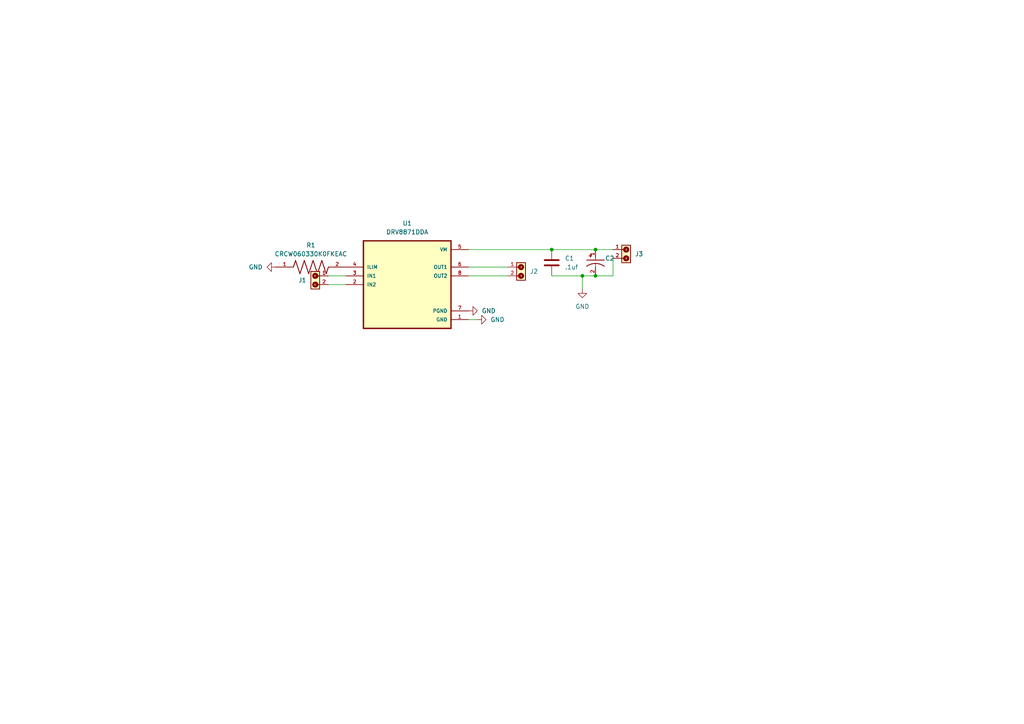
<source format=kicad_sch>
(kicad_sch
	(version 20250114)
	(generator "eeschema")
	(generator_version "9.0")
	(uuid "4d104b6d-fd5c-41d0-a397-1ff7592bc508")
	(paper "A4")
	(lib_symbols
		(symbol "6130XX11121_61300211121:6130XX11121_61300211121"
			(pin_names
				(offset 1.016)
			)
			(exclude_from_sim no)
			(in_bom yes)
			(on_board yes)
			(property "Reference" "J"
				(at -5.08 -1.778 0)
				(effects
					(font
						(size 1.27 1.27)
					)
					(justify right bottom)
				)
			)
			(property "Value" "6130XX11121_61300211121"
				(at -5.08 -5.08 0)
				(effects
					(font
						(size 1.27 1.27)
					)
					(justify right bottom)
				)
			)
			(property "Footprint" "6130XX11121_61300211121:61300211121"
				(at 0 0 0)
				(effects
					(font
						(size 1.27 1.27)
					)
					(justify bottom)
					(hide yes)
				)
			)
			(property "Datasheet" ""
				(at 0 0 0)
				(effects
					(font
						(size 1.27 1.27)
					)
					(hide yes)
				)
			)
			(property "Description" ""
				(at 0 0 0)
				(effects
					(font
						(size 1.27 1.27)
					)
					(hide yes)
				)
			)
			(symbol "6130XX11121_61300211121_0_0"
				(rectangle
					(start -3.81 -2.54)
					(end 1.27 0)
					(stroke
						(width 0.254)
						(type default)
					)
					(fill
						(type background)
					)
				)
				(circle
					(center -2.54 -1.27)
					(radius 0.254)
					(stroke
						(width 0.635)
						(type default)
					)
					(fill
						(type none)
					)
				)
				(polyline
					(pts
						(xy -2.54 -1.27) (xy -2.54 -2.54)
					)
					(stroke
						(width 0.254)
						(type default)
					)
					(fill
						(type none)
					)
				)
				(polyline
					(pts
						(xy 0 -1.27) (xy 0 -2.54)
					)
					(stroke
						(width 0.254)
						(type default)
					)
					(fill
						(type none)
					)
				)
				(circle
					(center 0 -1.27)
					(radius 0.254)
					(stroke
						(width 0.635)
						(type default)
					)
					(fill
						(type none)
					)
				)
				(pin passive line
					(at -2.54 -5.08 90)
					(length 2.54)
					(name "~"
						(effects
							(font
								(size 1.016 1.016)
							)
						)
					)
					(number "1"
						(effects
							(font
								(size 1.016 1.016)
							)
						)
					)
				)
				(pin passive line
					(at 0 -5.08 90)
					(length 2.54)
					(name "~"
						(effects
							(font
								(size 1.016 1.016)
							)
						)
					)
					(number "2"
						(effects
							(font
								(size 1.016 1.016)
							)
						)
					)
				)
			)
			(embedded_fonts no)
		)
		(symbol "CRCW060330K0FKEAC:CRCW060330K0FKEAC"
			(pin_names
				(offset 1.016)
			)
			(exclude_from_sim no)
			(in_bom yes)
			(on_board yes)
			(property "Reference" "R"
				(at -7.6244 2.5415 0)
				(effects
					(font
						(size 1.27 1.27)
					)
					(justify left bottom)
				)
			)
			(property "Value" "CRCW060330K0FKEAC"
				(at -7.63 -5.0866 0)
				(effects
					(font
						(size 1.27 1.27)
					)
					(justify left bottom)
				)
			)
			(property "Footprint" "CRCW060330K0FKEAC:RESC1608X55N"
				(at 0 0 0)
				(effects
					(font
						(size 1.27 1.27)
					)
					(justify bottom)
					(hide yes)
				)
			)
			(property "Datasheet" ""
				(at 0 0 0)
				(effects
					(font
						(size 1.27 1.27)
					)
					(hide yes)
				)
			)
			(property "Description" ""
				(at 0 0 0)
				(effects
					(font
						(size 1.27 1.27)
					)
					(hide yes)
				)
			)
			(symbol "CRCW060330K0FKEAC_0_0"
				(polyline
					(pts
						(xy -5.08 0) (xy -4.445 1.905)
					)
					(stroke
						(width 0.254)
						(type default)
					)
					(fill
						(type none)
					)
				)
				(polyline
					(pts
						(xy -4.445 1.905) (xy -3.175 -1.905)
					)
					(stroke
						(width 0.254)
						(type default)
					)
					(fill
						(type none)
					)
				)
				(polyline
					(pts
						(xy -3.175 -1.905) (xy -1.905 1.905)
					)
					(stroke
						(width 0.254)
						(type default)
					)
					(fill
						(type none)
					)
				)
				(polyline
					(pts
						(xy -1.905 1.905) (xy -0.635 -1.905)
					)
					(stroke
						(width 0.254)
						(type default)
					)
					(fill
						(type none)
					)
				)
				(polyline
					(pts
						(xy -0.635 -1.905) (xy 0.635 1.905)
					)
					(stroke
						(width 0.254)
						(type default)
					)
					(fill
						(type none)
					)
				)
				(polyline
					(pts
						(xy 0.635 1.905) (xy 1.905 -1.905)
					)
					(stroke
						(width 0.254)
						(type default)
					)
					(fill
						(type none)
					)
				)
				(polyline
					(pts
						(xy 1.905 -1.905) (xy 3.175 1.905)
					)
					(stroke
						(width 0.254)
						(type default)
					)
					(fill
						(type none)
					)
				)
				(polyline
					(pts
						(xy 3.175 1.905) (xy 4.445 -1.905)
					)
					(stroke
						(width 0.254)
						(type default)
					)
					(fill
						(type none)
					)
				)
				(polyline
					(pts
						(xy 4.445 -1.905) (xy 5.08 0)
					)
					(stroke
						(width 0.254)
						(type default)
					)
					(fill
						(type none)
					)
				)
				(pin passive line
					(at -10.16 0 0)
					(length 5.08)
					(name "~"
						(effects
							(font
								(size 1.016 1.016)
							)
						)
					)
					(number "1"
						(effects
							(font
								(size 1.016 1.016)
							)
						)
					)
				)
				(pin passive line
					(at 10.16 0 180)
					(length 5.08)
					(name "~"
						(effects
							(font
								(size 1.016 1.016)
							)
						)
					)
					(number "2"
						(effects
							(font
								(size 1.016 1.016)
							)
						)
					)
				)
			)
			(embedded_fonts no)
		)
		(symbol "DRV8871DDA:DRV8871DDA"
			(pin_names
				(offset 1.016)
			)
			(exclude_from_sim no)
			(in_bom yes)
			(on_board yes)
			(property "Reference" "U"
				(at -12.7 13.7 0)
				(effects
					(font
						(size 1.27 1.27)
					)
					(justify left bottom)
				)
			)
			(property "Value" "DRV8871DDA"
				(at -12.7 -16.7 0)
				(effects
					(font
						(size 1.27 1.27)
					)
					(justify left bottom)
				)
			)
			(property "Footprint" "DRV8871DDA:VREG_LM5017MR_NOPB"
				(at 0 0 0)
				(effects
					(font
						(size 1.27 1.27)
					)
					(justify bottom)
					(hide yes)
				)
			)
			(property "Datasheet" ""
				(at 0 0 0)
				(effects
					(font
						(size 1.27 1.27)
					)
					(hide yes)
				)
			)
			(property "Description" ""
				(at 0 0 0)
				(effects
					(font
						(size 1.27 1.27)
					)
					(hide yes)
				)
			)
			(property "MF" "Texas Instruments"
				(at 0 0 0)
				(effects
					(font
						(size 1.27 1.27)
					)
					(justify bottom)
					(hide yes)
				)
			)
			(property "Description_1" "50-V, 3.6-A H-bridge motor driver with integrated current sensing"
				(at 0 0 0)
				(effects
					(font
						(size 1.27 1.27)
					)
					(justify bottom)
					(hide yes)
				)
			)
			(property "Package" "HSOIC-8 Texas Instruments"
				(at 0 0 0)
				(effects
					(font
						(size 1.27 1.27)
					)
					(justify bottom)
					(hide yes)
				)
			)
			(property "Price" "None"
				(at 0 0 0)
				(effects
					(font
						(size 1.27 1.27)
					)
					(justify bottom)
					(hide yes)
				)
			)
			(property "SnapEDA_Link" "https://www.snapeda.com/parts/DRV8871DDA/Texas+Instruments/view-part/?ref=snap"
				(at 0 0 0)
				(effects
					(font
						(size 1.27 1.27)
					)
					(justify bottom)
					(hide yes)
				)
			)
			(property "MP" "DRV8871DDA"
				(at 0 0 0)
				(effects
					(font
						(size 1.27 1.27)
					)
					(justify bottom)
					(hide yes)
				)
			)
			(property "Availability" "In Stock"
				(at 0 0 0)
				(effects
					(font
						(size 1.27 1.27)
					)
					(justify bottom)
					(hide yes)
				)
			)
			(property "Check_prices" "https://www.snapeda.com/parts/DRV8871DDA/Texas+Instruments/view-part/?ref=eda"
				(at 0 0 0)
				(effects
					(font
						(size 1.27 1.27)
					)
					(justify bottom)
					(hide yes)
				)
			)
			(symbol "DRV8871DDA_0_0"
				(rectangle
					(start -12.7 -12.7)
					(end 12.7 12.7)
					(stroke
						(width 0.41)
						(type default)
					)
					(fill
						(type background)
					)
				)
				(pin input line
					(at -17.78 5.08 0)
					(length 5.08)
					(name "ILIM"
						(effects
							(font
								(size 1.016 1.016)
							)
						)
					)
					(number "4"
						(effects
							(font
								(size 1.016 1.016)
							)
						)
					)
				)
				(pin input line
					(at -17.78 2.54 0)
					(length 5.08)
					(name "IN1"
						(effects
							(font
								(size 1.016 1.016)
							)
						)
					)
					(number "3"
						(effects
							(font
								(size 1.016 1.016)
							)
						)
					)
				)
				(pin input line
					(at -17.78 0 0)
					(length 5.08)
					(name "IN2"
						(effects
							(font
								(size 1.016 1.016)
							)
						)
					)
					(number "2"
						(effects
							(font
								(size 1.016 1.016)
							)
						)
					)
				)
				(pin power_in line
					(at 17.78 10.16 180)
					(length 5.08)
					(name "VM"
						(effects
							(font
								(size 1.016 1.016)
							)
						)
					)
					(number "5"
						(effects
							(font
								(size 1.016 1.016)
							)
						)
					)
				)
				(pin output line
					(at 17.78 5.08 180)
					(length 5.08)
					(name "OUT1"
						(effects
							(font
								(size 1.016 1.016)
							)
						)
					)
					(number "6"
						(effects
							(font
								(size 1.016 1.016)
							)
						)
					)
				)
				(pin output line
					(at 17.78 2.54 180)
					(length 5.08)
					(name "OUT2"
						(effects
							(font
								(size 1.016 1.016)
							)
						)
					)
					(number "8"
						(effects
							(font
								(size 1.016 1.016)
							)
						)
					)
				)
				(pin power_in line
					(at 17.78 -7.62 180)
					(length 5.08)
					(name "PGND"
						(effects
							(font
								(size 1.016 1.016)
							)
						)
					)
					(number "7"
						(effects
							(font
								(size 1.016 1.016)
							)
						)
					)
				)
				(pin power_in line
					(at 17.78 -10.16 180)
					(length 5.08)
					(name "GND"
						(effects
							(font
								(size 1.016 1.016)
							)
						)
					)
					(number "1"
						(effects
							(font
								(size 1.016 1.016)
							)
						)
					)
				)
			)
			(embedded_fonts no)
		)
		(symbol "Device:C"
			(pin_numbers
				(hide yes)
			)
			(pin_names
				(offset 0.254)
			)
			(exclude_from_sim no)
			(in_bom yes)
			(on_board yes)
			(property "Reference" "C"
				(at 0.635 2.54 0)
				(effects
					(font
						(size 1.27 1.27)
					)
					(justify left)
				)
			)
			(property "Value" "C"
				(at 0.635 -2.54 0)
				(effects
					(font
						(size 1.27 1.27)
					)
					(justify left)
				)
			)
			(property "Footprint" ""
				(at 0.9652 -3.81 0)
				(effects
					(font
						(size 1.27 1.27)
					)
					(hide yes)
				)
			)
			(property "Datasheet" "~"
				(at 0 0 0)
				(effects
					(font
						(size 1.27 1.27)
					)
					(hide yes)
				)
			)
			(property "Description" "Unpolarized capacitor"
				(at 0 0 0)
				(effects
					(font
						(size 1.27 1.27)
					)
					(hide yes)
				)
			)
			(property "ki_keywords" "cap capacitor"
				(at 0 0 0)
				(effects
					(font
						(size 1.27 1.27)
					)
					(hide yes)
				)
			)
			(property "ki_fp_filters" "C_*"
				(at 0 0 0)
				(effects
					(font
						(size 1.27 1.27)
					)
					(hide yes)
				)
			)
			(symbol "C_0_1"
				(polyline
					(pts
						(xy -2.032 0.762) (xy 2.032 0.762)
					)
					(stroke
						(width 0.508)
						(type default)
					)
					(fill
						(type none)
					)
				)
				(polyline
					(pts
						(xy -2.032 -0.762) (xy 2.032 -0.762)
					)
					(stroke
						(width 0.508)
						(type default)
					)
					(fill
						(type none)
					)
				)
			)
			(symbol "C_1_1"
				(pin passive line
					(at 0 3.81 270)
					(length 2.794)
					(name "~"
						(effects
							(font
								(size 1.27 1.27)
							)
						)
					)
					(number "1"
						(effects
							(font
								(size 1.27 1.27)
							)
						)
					)
				)
				(pin passive line
					(at 0 -3.81 90)
					(length 2.794)
					(name "~"
						(effects
							(font
								(size 1.27 1.27)
							)
						)
					)
					(number "2"
						(effects
							(font
								(size 1.27 1.27)
							)
						)
					)
				)
			)
			(embedded_fonts no)
		)
		(symbol "EEHZC1V470P:EEHZC1V470P"
			(pin_names
				(offset 1.016)
			)
			(exclude_from_sim no)
			(in_bom yes)
			(on_board yes)
			(property "Reference" "C"
				(at -2.54 3.81 0)
				(effects
					(font
						(size 1.27 1.27)
					)
					(justify left bottom)
				)
			)
			(property "Value" "EEHZC1V470P"
				(at -2.54 -5.08 0)
				(effects
					(font
						(size 1.27 1.27)
					)
					(justify left bottom)
				)
			)
			(property "Footprint" "EEHZC1V470P:CAP_EEHZC1V470P"
				(at 0 0 0)
				(effects
					(font
						(size 1.27 1.27)
					)
					(justify bottom)
					(hide yes)
				)
			)
			(property "Datasheet" ""
				(at 0 0 0)
				(effects
					(font
						(size 1.27 1.27)
					)
					(hide yes)
				)
			)
			(property "Description" ""
				(at 0 0 0)
				(effects
					(font
						(size 1.27 1.27)
					)
					(hide yes)
				)
			)
			(property "DigiKey_Part_Number" "P15473TR-ND"
				(at 0 0 0)
				(effects
					(font
						(size 1.27 1.27)
					)
					(justify bottom)
					(hide yes)
				)
			)
			(property "SnapEDA_Link" "https://www.snapeda.com/parts/EEHZC1V470P/Panasonic/view-part/?ref=snap"
				(at 0 0 0)
				(effects
					(font
						(size 1.27 1.27)
					)
					(justify bottom)
					(hide yes)
				)
			)
			(property "MAXIMUM_PACKAGE_HEIGHT" "5.8mm"
				(at 0 0 0)
				(effects
					(font
						(size 1.27 1.27)
					)
					(justify bottom)
					(hide yes)
				)
			)
			(property "Package" "RADIAL-2 Panasonic"
				(at 0 0 0)
				(effects
					(font
						(size 1.27 1.27)
					)
					(justify bottom)
					(hide yes)
				)
			)
			(property "Check_prices" "https://www.snapeda.com/parts/EEHZC1V470P/Panasonic/view-part/?ref=eda"
				(at 0 0 0)
				(effects
					(font
						(size 1.27 1.27)
					)
					(justify bottom)
					(hide yes)
				)
			)
			(property "STANDARD" "Manufacturer Recommendations"
				(at 0 0 0)
				(effects
					(font
						(size 1.27 1.27)
					)
					(justify bottom)
					(hide yes)
				)
			)
			(property "PARTREV" "30-Sep-20"
				(at 0 0 0)
				(effects
					(font
						(size 1.27 1.27)
					)
					(justify bottom)
					(hide yes)
				)
			)
			(property "MF" "Panasonic"
				(at 0 0 0)
				(effects
					(font
						(size 1.27 1.27)
					)
					(justify bottom)
					(hide yes)
				)
			)
			(property "MP" "EEHZC1V470P"
				(at 0 0 0)
				(effects
					(font
						(size 1.27 1.27)
					)
					(justify bottom)
					(hide yes)
				)
			)
			(property "Description_1" "4µF 35V Aluminum - Polymer Capacitors Radial, Can - SMD 60mOhm 4000 Hrs @ 125C"
				(at 0 0 0)
				(effects
					(font
						(size 1.27 1.27)
					)
					(justify bottom)
					(hide yes)
				)
			)
			(property "MANUFACTURER" "Panasonic"
				(at 0 0 0)
				(effects
					(font
						(size 1.27 1.27)
					)
					(justify bottom)
					(hide yes)
				)
			)
			(symbol "EEHZC1V470P_0_0"
				(rectangle
					(start -1.173 -1.532)
					(end -0.284 -1.405)
					(stroke
						(width 0.1)
						(type default)
					)
					(fill
						(type outline)
					)
				)
				(rectangle
					(start -0.792 -1.913)
					(end -0.665 -1.024)
					(stroke
						(width 0.1)
						(type default)
					)
					(fill
						(type outline)
					)
				)
				(polyline
					(pts
						(xy 0 0) (xy 0.508 0)
					)
					(stroke
						(width 0.1524)
						(type default)
					)
					(fill
						(type none)
					)
				)
				(polyline
					(pts
						(xy 0.508 2.54) (xy 0.508 0)
					)
					(stroke
						(width 0.254)
						(type default)
					)
					(fill
						(type none)
					)
				)
				(polyline
					(pts
						(xy 0.508 0) (xy 0.508 -2.54)
					)
					(stroke
						(width 0.254)
						(type default)
					)
					(fill
						(type none)
					)
				)
				(polyline
					(pts
						(xy 2.54 0) (xy 1.524 0)
					)
					(stroke
						(width 0.1524)
						(type default)
					)
					(fill
						(type none)
					)
				)
				(arc
					(start 2.286 -2.54)
					(mid 1.4851 0)
					(end 2.286 2.54)
					(stroke
						(width 0.254)
						(type default)
					)
					(fill
						(type none)
					)
				)
				(pin passive line
					(at -2.54 0 0)
					(length 2.54)
					(name "~"
						(effects
							(font
								(size 1.016 1.016)
							)
						)
					)
					(number "1"
						(effects
							(font
								(size 1.016 1.016)
							)
						)
					)
				)
				(pin passive line
					(at 5.08 0 180)
					(length 2.54)
					(name "~"
						(effects
							(font
								(size 1.016 1.016)
							)
						)
					)
					(number "2"
						(effects
							(font
								(size 1.016 1.016)
							)
						)
					)
				)
			)
			(embedded_fonts no)
		)
		(symbol "power:GND"
			(power)
			(pin_numbers
				(hide yes)
			)
			(pin_names
				(offset 0)
				(hide yes)
			)
			(exclude_from_sim no)
			(in_bom yes)
			(on_board yes)
			(property "Reference" "#PWR"
				(at 0 -6.35 0)
				(effects
					(font
						(size 1.27 1.27)
					)
					(hide yes)
				)
			)
			(property "Value" "GND"
				(at 0 -3.81 0)
				(effects
					(font
						(size 1.27 1.27)
					)
				)
			)
			(property "Footprint" ""
				(at 0 0 0)
				(effects
					(font
						(size 1.27 1.27)
					)
					(hide yes)
				)
			)
			(property "Datasheet" ""
				(at 0 0 0)
				(effects
					(font
						(size 1.27 1.27)
					)
					(hide yes)
				)
			)
			(property "Description" "Power symbol creates a global label with name \"GND\" , ground"
				(at 0 0 0)
				(effects
					(font
						(size 1.27 1.27)
					)
					(hide yes)
				)
			)
			(property "ki_keywords" "global power"
				(at 0 0 0)
				(effects
					(font
						(size 1.27 1.27)
					)
					(hide yes)
				)
			)
			(symbol "GND_0_1"
				(polyline
					(pts
						(xy 0 0) (xy 0 -1.27) (xy 1.27 -1.27) (xy 0 -2.54) (xy -1.27 -1.27) (xy 0 -1.27)
					)
					(stroke
						(width 0)
						(type default)
					)
					(fill
						(type none)
					)
				)
			)
			(symbol "GND_1_1"
				(pin power_in line
					(at 0 0 270)
					(length 0)
					(name "~"
						(effects
							(font
								(size 1.27 1.27)
							)
						)
					)
					(number "1"
						(effects
							(font
								(size 1.27 1.27)
							)
						)
					)
				)
			)
			(embedded_fonts no)
		)
	)
	(junction
		(at 168.91 80.01)
		(diameter 0)
		(color 0 0 0 0)
		(uuid "0e0fddb1-a366-427f-9c2e-951054d60504")
	)
	(junction
		(at 160.02 72.39)
		(diameter 0)
		(color 0 0 0 0)
		(uuid "41ced78e-2bcf-498a-88af-648d9085a7f6")
	)
	(junction
		(at 172.72 80.01)
		(diameter 0)
		(color 0 0 0 0)
		(uuid "442e1f8f-d47d-415f-9a8b-7ca8e87a4989")
	)
	(junction
		(at 172.72 72.39)
		(diameter 0)
		(color 0 0 0 0)
		(uuid "73373d31-5070-4c0c-8cd3-ebcc6acffc16")
	)
	(wire
		(pts
			(xy 95.25 82.55) (xy 100.33 82.55)
		)
		(stroke
			(width 0)
			(type default)
		)
		(uuid "09b1363a-daa2-4983-b6ff-23322e68ea9e")
	)
	(wire
		(pts
			(xy 135.89 72.39) (xy 160.02 72.39)
		)
		(stroke
			(width 0)
			(type default)
		)
		(uuid "1144a0dd-3f1f-4c65-94aa-3df61ffb6391")
	)
	(wire
		(pts
			(xy 160.02 72.39) (xy 172.72 72.39)
		)
		(stroke
			(width 0)
			(type default)
		)
		(uuid "1e8b16d5-da72-4a21-98d6-04455b5ac455")
	)
	(wire
		(pts
			(xy 168.91 83.82) (xy 168.91 80.01)
		)
		(stroke
			(width 0)
			(type default)
		)
		(uuid "3132feae-ee52-402d-8703-5c1ea62b30d6")
	)
	(wire
		(pts
			(xy 177.8 80.01) (xy 177.8 74.93)
		)
		(stroke
			(width 0)
			(type default)
		)
		(uuid "4cb0f886-2c70-4908-a9c0-8ded959c00bd")
	)
	(wire
		(pts
			(xy 168.91 80.01) (xy 172.72 80.01)
		)
		(stroke
			(width 0)
			(type default)
		)
		(uuid "6acf203b-5912-4530-a684-60fe1a39b5bb")
	)
	(wire
		(pts
			(xy 160.02 80.01) (xy 168.91 80.01)
		)
		(stroke
			(width 0)
			(type default)
		)
		(uuid "904d7f85-6bda-4eb0-8f69-d01584e00a4f")
	)
	(wire
		(pts
			(xy 172.72 72.39) (xy 177.8 72.39)
		)
		(stroke
			(width 0)
			(type default)
		)
		(uuid "914b9582-c342-4bab-b3f7-fad16d2b14ab")
	)
	(wire
		(pts
			(xy 135.89 80.01) (xy 147.32 80.01)
		)
		(stroke
			(width 0)
			(type default)
		)
		(uuid "917cf68f-4b78-4b51-b7d5-b30b82a8ca7a")
	)
	(wire
		(pts
			(xy 95.25 80.01) (xy 100.33 80.01)
		)
		(stroke
			(width 0)
			(type default)
		)
		(uuid "cacaf1b5-c788-4065-8997-0e3b42b6cc2f")
	)
	(wire
		(pts
			(xy 135.89 77.47) (xy 147.32 77.47)
		)
		(stroke
			(width 0)
			(type default)
		)
		(uuid "cf14a6bd-fd09-4428-95c4-718f53d3922f")
	)
	(wire
		(pts
			(xy 172.72 80.01) (xy 177.8 80.01)
		)
		(stroke
			(width 0)
			(type default)
		)
		(uuid "d7b5f789-aefa-4097-9949-682d16659317")
	)
	(wire
		(pts
			(xy 138.43 92.71) (xy 135.89 92.71)
		)
		(stroke
			(width 0)
			(type default)
		)
		(uuid "fa65c53f-d91f-45b6-8dcd-495ce2d1f57c")
	)
	(symbol
		(lib_id "power:GND")
		(at 138.43 92.71 90)
		(unit 1)
		(exclude_from_sim no)
		(in_bom yes)
		(on_board yes)
		(dnp no)
		(fields_autoplaced yes)
		(uuid "04072e3a-e1e4-45e7-a8b7-e503bfc72ef5")
		(property "Reference" "#PWR01"
			(at 144.78 92.71 0)
			(effects
				(font
					(size 1.27 1.27)
				)
				(hide yes)
			)
		)
		(property "Value" "GND"
			(at 142.24 92.7099 90)
			(effects
				(font
					(size 1.27 1.27)
				)
				(justify right)
			)
		)
		(property "Footprint" ""
			(at 138.43 92.71 0)
			(effects
				(font
					(size 1.27 1.27)
				)
				(hide yes)
			)
		)
		(property "Datasheet" ""
			(at 138.43 92.71 0)
			(effects
				(font
					(size 1.27 1.27)
				)
				(hide yes)
			)
		)
		(property "Description" "Power symbol creates a global label with name \"GND\" , ground"
			(at 138.43 92.71 0)
			(effects
				(font
					(size 1.27 1.27)
				)
				(hide yes)
			)
		)
		(pin "1"
			(uuid "90a10a4c-0553-4be3-a00a-050ad11440a8")
		)
		(instances
			(project ""
				(path "/4d104b6d-fd5c-41d0-a397-1ff7592bc508"
					(reference "#PWR01")
					(unit 1)
				)
			)
		)
	)
	(symbol
		(lib_id "DRV8871DDA:DRV8871DDA")
		(at 118.11 82.55 0)
		(unit 1)
		(exclude_from_sim no)
		(in_bom yes)
		(on_board yes)
		(dnp no)
		(fields_autoplaced yes)
		(uuid "0cb06e9f-7dbf-4469-9e54-177cbf853a09")
		(property "Reference" "U1"
			(at 118.11 64.77 0)
			(effects
				(font
					(size 1.27 1.27)
				)
			)
		)
		(property "Value" "DRV8871DDA"
			(at 118.11 67.31 0)
			(effects
				(font
					(size 1.27 1.27)
				)
			)
		)
		(property "Footprint" "DRV8871DDA:VREG_LM5017MR_NOPB"
			(at 118.11 82.55 0)
			(effects
				(font
					(size 1.27 1.27)
				)
				(justify bottom)
				(hide yes)
			)
		)
		(property "Datasheet" ""
			(at 118.11 82.55 0)
			(effects
				(font
					(size 1.27 1.27)
				)
				(hide yes)
			)
		)
		(property "Description" ""
			(at 118.11 82.55 0)
			(effects
				(font
					(size 1.27 1.27)
				)
				(hide yes)
			)
		)
		(property "MF" "Texas Instruments"
			(at 118.11 82.55 0)
			(effects
				(font
					(size 1.27 1.27)
				)
				(justify bottom)
				(hide yes)
			)
		)
		(property "Description_1" "50-V, 3.6-A H-bridge motor driver with integrated current sensing"
			(at 118.11 82.55 0)
			(effects
				(font
					(size 1.27 1.27)
				)
				(justify bottom)
				(hide yes)
			)
		)
		(property "Package" "HSOIC-8 Texas Instruments"
			(at 118.11 82.55 0)
			(effects
				(font
					(size 1.27 1.27)
				)
				(justify bottom)
				(hide yes)
			)
		)
		(property "Price" "None"
			(at 118.11 82.55 0)
			(effects
				(font
					(size 1.27 1.27)
				)
				(justify bottom)
				(hide yes)
			)
		)
		(property "SnapEDA_Link" "https://www.snapeda.com/parts/DRV8871DDA/Texas+Instruments/view-part/?ref=snap"
			(at 118.11 82.55 0)
			(effects
				(font
					(size 1.27 1.27)
				)
				(justify bottom)
				(hide yes)
			)
		)
		(property "MP" "DRV8871DDA"
			(at 118.11 82.55 0)
			(effects
				(font
					(size 1.27 1.27)
				)
				(justify bottom)
				(hide yes)
			)
		)
		(property "Availability" "In Stock"
			(at 118.11 82.55 0)
			(effects
				(font
					(size 1.27 1.27)
				)
				(justify bottom)
				(hide yes)
			)
		)
		(property "Check_prices" "https://www.snapeda.com/parts/DRV8871DDA/Texas+Instruments/view-part/?ref=eda"
			(at 118.11 82.55 0)
			(effects
				(font
					(size 1.27 1.27)
				)
				(justify bottom)
				(hide yes)
			)
		)
		(pin "4"
			(uuid "359ce675-04ec-4946-b845-bb1eba9ee7f7")
		)
		(pin "6"
			(uuid "786ccb3e-9cb6-4ce9-b89e-37effff8892c")
		)
		(pin "8"
			(uuid "491fccc4-3c5c-4141-91e4-08e705153f2f")
		)
		(pin "7"
			(uuid "038fbda3-12d9-42d8-ba65-3c023f8866e2")
		)
		(pin "1"
			(uuid "c66739ee-eb16-435c-9052-08277e3e9324")
		)
		(pin "5"
			(uuid "0f43d8af-6cc1-4a2a-8402-de897d27c7eb")
		)
		(pin "3"
			(uuid "4d4bead8-6bd5-456a-b690-11e012368ad2")
		)
		(pin "2"
			(uuid "18e20e13-6bf8-4b39-af98-65b35ec33dc2")
		)
		(instances
			(project ""
				(path "/4d104b6d-fd5c-41d0-a397-1ff7592bc508"
					(reference "U1")
					(unit 1)
				)
			)
		)
	)
	(symbol
		(lib_id "6130XX11121_61300211121:6130XX11121_61300211121")
		(at 152.4 80.01 270)
		(unit 1)
		(exclude_from_sim no)
		(in_bom yes)
		(on_board yes)
		(dnp no)
		(fields_autoplaced yes)
		(uuid "1bb738a9-8119-48ab-8f20-62ef7ceddbf1")
		(property "Reference" "J2"
			(at 153.67 78.7399 90)
			(effects
				(font
					(size 1.27 1.27)
				)
				(justify left)
			)
		)
		(property "Value" "6130XX11121_61300211121"
			(at 151.13 83.82 90)
			(effects
				(font
					(size 1.27 1.27)
				)
				(hide yes)
			)
		)
		(property "Footprint" "61300211121:61300211121"
			(at 152.4 80.01 0)
			(effects
				(font
					(size 1.27 1.27)
				)
				(justify bottom)
				(hide yes)
			)
		)
		(property "Datasheet" ""
			(at 152.4 80.01 0)
			(effects
				(font
					(size 1.27 1.27)
				)
				(hide yes)
			)
		)
		(property "Description" ""
			(at 152.4 80.01 0)
			(effects
				(font
					(size 1.27 1.27)
				)
				(hide yes)
			)
		)
		(pin "1"
			(uuid "4dad028b-80c1-4ed6-a794-6413c293e680")
		)
		(pin "2"
			(uuid "48f59791-4a6e-45e2-b89e-d549af755d40")
		)
		(instances
			(project "1MotorHbridge"
				(path "/4d104b6d-fd5c-41d0-a397-1ff7592bc508"
					(reference "J2")
					(unit 1)
				)
			)
		)
	)
	(symbol
		(lib_id "power:GND")
		(at 80.01 77.47 270)
		(unit 1)
		(exclude_from_sim no)
		(in_bom yes)
		(on_board yes)
		(dnp no)
		(fields_autoplaced yes)
		(uuid "4ee310fc-4f88-4bdb-aca8-ed9526c4a231")
		(property "Reference" "#PWR03"
			(at 73.66 77.47 0)
			(effects
				(font
					(size 1.27 1.27)
				)
				(hide yes)
			)
		)
		(property "Value" "GND"
			(at 76.2 77.4699 90)
			(effects
				(font
					(size 1.27 1.27)
				)
				(justify right)
			)
		)
		(property "Footprint" ""
			(at 80.01 77.47 0)
			(effects
				(font
					(size 1.27 1.27)
				)
				(hide yes)
			)
		)
		(property "Datasheet" ""
			(at 80.01 77.47 0)
			(effects
				(font
					(size 1.27 1.27)
				)
				(hide yes)
			)
		)
		(property "Description" "Power symbol creates a global label with name \"GND\" , ground"
			(at 80.01 77.47 0)
			(effects
				(font
					(size 1.27 1.27)
				)
				(hide yes)
			)
		)
		(pin "1"
			(uuid "838f9da9-964e-4223-9412-247fb1867078")
		)
		(instances
			(project "1MotorHbridge"
				(path "/4d104b6d-fd5c-41d0-a397-1ff7592bc508"
					(reference "#PWR03")
					(unit 1)
				)
			)
		)
	)
	(symbol
		(lib_id "6130XX11121_61300211121:6130XX11121_61300211121")
		(at 90.17 82.55 90)
		(mirror x)
		(unit 1)
		(exclude_from_sim no)
		(in_bom yes)
		(on_board yes)
		(dnp no)
		(uuid "59837150-a733-4a29-a777-0b7abd6afd97")
		(property "Reference" "J1"
			(at 88.9 81.2799 90)
			(effects
				(font
					(size 1.27 1.27)
				)
				(justify left)
			)
		)
		(property "Value" "6130XX11121_61300211121"
			(at 91.44 86.36 90)
			(effects
				(font
					(size 1.27 1.27)
				)
				(hide yes)
			)
		)
		(property "Footprint" "61300211121:61300211121"
			(at 90.17 82.55 0)
			(effects
				(font
					(size 1.27 1.27)
				)
				(justify bottom)
				(hide yes)
			)
		)
		(property "Datasheet" ""
			(at 90.17 82.55 0)
			(effects
				(font
					(size 1.27 1.27)
				)
				(hide yes)
			)
		)
		(property "Description" ""
			(at 90.17 82.55 0)
			(effects
				(font
					(size 1.27 1.27)
				)
				(hide yes)
			)
		)
		(pin "1"
			(uuid "b27d9b79-508b-4809-bb6d-b48761eedfeb")
		)
		(pin "2"
			(uuid "6a53c127-dd80-434b-a7fa-88d7866e546e")
		)
		(instances
			(project ""
				(path "/4d104b6d-fd5c-41d0-a397-1ff7592bc508"
					(reference "J1")
					(unit 1)
				)
			)
		)
	)
	(symbol
		(lib_id "power:GND")
		(at 168.91 83.82 0)
		(unit 1)
		(exclude_from_sim no)
		(in_bom yes)
		(on_board yes)
		(dnp no)
		(fields_autoplaced yes)
		(uuid "5a04972f-5e29-41a2-94e4-39f5346935dd")
		(property "Reference" "#PWR04"
			(at 168.91 90.17 0)
			(effects
				(font
					(size 1.27 1.27)
				)
				(hide yes)
			)
		)
		(property "Value" "GND"
			(at 168.91 88.9 0)
			(effects
				(font
					(size 1.27 1.27)
				)
			)
		)
		(property "Footprint" ""
			(at 168.91 83.82 0)
			(effects
				(font
					(size 1.27 1.27)
				)
				(hide yes)
			)
		)
		(property "Datasheet" ""
			(at 168.91 83.82 0)
			(effects
				(font
					(size 1.27 1.27)
				)
				(hide yes)
			)
		)
		(property "Description" "Power symbol creates a global label with name \"GND\" , ground"
			(at 168.91 83.82 0)
			(effects
				(font
					(size 1.27 1.27)
				)
				(hide yes)
			)
		)
		(pin "1"
			(uuid "1fb64b11-b925-4d2c-8f97-4f95d3352b24")
		)
		(instances
			(project "1MotorHbridge"
				(path "/4d104b6d-fd5c-41d0-a397-1ff7592bc508"
					(reference "#PWR04")
					(unit 1)
				)
			)
		)
	)
	(symbol
		(lib_id "power:GND")
		(at 135.89 90.17 90)
		(unit 1)
		(exclude_from_sim no)
		(in_bom yes)
		(on_board yes)
		(dnp no)
		(fields_autoplaced yes)
		(uuid "5ae72d7b-3ced-4562-a322-cb3bf9027f8b")
		(property "Reference" "#PWR02"
			(at 142.24 90.17 0)
			(effects
				(font
					(size 1.27 1.27)
				)
				(hide yes)
			)
		)
		(property "Value" "GND"
			(at 139.7 90.1699 90)
			(effects
				(font
					(size 1.27 1.27)
				)
				(justify right)
			)
		)
		(property "Footprint" ""
			(at 135.89 90.17 0)
			(effects
				(font
					(size 1.27 1.27)
				)
				(hide yes)
			)
		)
		(property "Datasheet" ""
			(at 135.89 90.17 0)
			(effects
				(font
					(size 1.27 1.27)
				)
				(hide yes)
			)
		)
		(property "Description" "Power symbol creates a global label with name \"GND\" , ground"
			(at 135.89 90.17 0)
			(effects
				(font
					(size 1.27 1.27)
				)
				(hide yes)
			)
		)
		(pin "1"
			(uuid "792e9387-9048-4ee1-8875-85b292dadd60")
		)
		(instances
			(project "1MotorHbridge"
				(path "/4d104b6d-fd5c-41d0-a397-1ff7592bc508"
					(reference "#PWR02")
					(unit 1)
				)
			)
		)
	)
	(symbol
		(lib_id "EEHZC1V470P:EEHZC1V470P")
		(at 172.72 74.93 270)
		(unit 1)
		(exclude_from_sim no)
		(in_bom yes)
		(on_board yes)
		(dnp no)
		(uuid "6d3b2c9a-d8de-49f9-b242-900263a7521a")
		(property "Reference" "C2"
			(at 175.514 74.93 90)
			(effects
				(font
					(size 1.27 1.27)
				)
				(justify left)
			)
		)
		(property "Value" "EEHZC1V470P"
			(at 176.53 76.8965 90)
			(effects
				(font
					(size 1.27 1.27)
				)
				(justify left)
				(hide yes)
			)
		)
		(property "Footprint" "EEHZC1V470P:CAP_EEHZC1V470P"
			(at 172.72 74.93 0)
			(effects
				(font
					(size 1.27 1.27)
				)
				(justify bottom)
				(hide yes)
			)
		)
		(property "Datasheet" ""
			(at 172.72 74.93 0)
			(effects
				(font
					(size 1.27 1.27)
				)
				(hide yes)
			)
		)
		(property "Description" ""
			(at 172.72 74.93 0)
			(effects
				(font
					(size 1.27 1.27)
				)
				(hide yes)
			)
		)
		(property "DigiKey_Part_Number" "P15473TR-ND"
			(at 172.72 74.93 0)
			(effects
				(font
					(size 1.27 1.27)
				)
				(justify bottom)
				(hide yes)
			)
		)
		(property "SnapEDA_Link" "https://www.snapeda.com/parts/EEHZC1V470P/Panasonic/view-part/?ref=snap"
			(at 172.72 74.93 0)
			(effects
				(font
					(size 1.27 1.27)
				)
				(justify bottom)
				(hide yes)
			)
		)
		(property "MAXIMUM_PACKAGE_HEIGHT" "5.8mm"
			(at 172.72 74.93 0)
			(effects
				(font
					(size 1.27 1.27)
				)
				(justify bottom)
				(hide yes)
			)
		)
		(property "Package" "RADIAL-2 Panasonic"
			(at 172.72 74.93 0)
			(effects
				(font
					(size 1.27 1.27)
				)
				(justify bottom)
				(hide yes)
			)
		)
		(property "Check_prices" "https://www.snapeda.com/parts/EEHZC1V470P/Panasonic/view-part/?ref=eda"
			(at 172.72 74.93 0)
			(effects
				(font
					(size 1.27 1.27)
				)
				(justify bottom)
				(hide yes)
			)
		)
		(property "STANDARD" "Manufacturer Recommendations"
			(at 172.72 74.93 0)
			(effects
				(font
					(size 1.27 1.27)
				)
				(justify bottom)
				(hide yes)
			)
		)
		(property "PARTREV" "30-Sep-20"
			(at 172.72 74.93 0)
			(effects
				(font
					(size 1.27 1.27)
				)
				(justify bottom)
				(hide yes)
			)
		)
		(property "MF" "Panasonic"
			(at 172.72 74.93 0)
			(effects
				(font
					(size 1.27 1.27)
				)
				(justify bottom)
				(hide yes)
			)
		)
		(property "MP" "EEHZC1V470P"
			(at 172.72 74.93 0)
			(effects
				(font
					(size 1.27 1.27)
				)
				(justify bottom)
				(hide yes)
			)
		)
		(property "Description_1" "4µF 35V Aluminum - Polymer Capacitors Radial, Can - SMD 60mOhm 4000 Hrs @ 125C"
			(at 172.72 74.93 0)
			(effects
				(font
					(size 1.27 1.27)
				)
				(justify bottom)
				(hide yes)
			)
		)
		(property "MANUFACTURER" "Panasonic"
			(at 172.72 74.93 0)
			(effects
				(font
					(size 1.27 1.27)
				)
				(justify bottom)
				(hide yes)
			)
		)
		(pin "2"
			(uuid "f89e0b71-cf69-4e5d-bb8a-4a9a98b2ae6c")
		)
		(pin "1"
			(uuid "6800cc0a-9892-4e51-9b87-2882bbbce272")
		)
		(instances
			(project ""
				(path "/4d104b6d-fd5c-41d0-a397-1ff7592bc508"
					(reference "C2")
					(unit 1)
				)
			)
		)
	)
	(symbol
		(lib_id "6130XX11121_61300211121:6130XX11121_61300211121")
		(at 182.88 74.93 270)
		(unit 1)
		(exclude_from_sim no)
		(in_bom yes)
		(on_board yes)
		(dnp no)
		(uuid "7caee356-179e-4227-9c8d-92107fe87a5f")
		(property "Reference" "J3"
			(at 184.15 73.6599 90)
			(effects
				(font
					(size 1.27 1.27)
				)
				(justify left)
			)
		)
		(property "Value" "6130XX11121_61300211121"
			(at 181.61 78.74 90)
			(effects
				(font
					(size 1.27 1.27)
				)
				(hide yes)
			)
		)
		(property "Footprint" "61300211121:61300211121"
			(at 182.88 74.93 0)
			(effects
				(font
					(size 1.27 1.27)
				)
				(justify bottom)
				(hide yes)
			)
		)
		(property "Datasheet" ""
			(at 182.88 74.93 0)
			(effects
				(font
					(size 1.27 1.27)
				)
				(hide yes)
			)
		)
		(property "Description" ""
			(at 182.88 74.93 0)
			(effects
				(font
					(size 1.27 1.27)
				)
				(hide yes)
			)
		)
		(pin "1"
			(uuid "2780be87-b9eb-4e95-99ec-2f160e95c46f")
		)
		(pin "2"
			(uuid "62c7c178-485c-46eb-ad88-1823ce32b6c5")
		)
		(instances
			(project "1MotorHbridge"
				(path "/4d104b6d-fd5c-41d0-a397-1ff7592bc508"
					(reference "J3")
					(unit 1)
				)
			)
		)
	)
	(symbol
		(lib_id "Device:C")
		(at 160.02 76.2 0)
		(unit 1)
		(exclude_from_sim no)
		(in_bom yes)
		(on_board yes)
		(dnp no)
		(fields_autoplaced yes)
		(uuid "a1aeb513-79b8-43df-a51e-cb6b2520b7e0")
		(property "Reference" "C1"
			(at 163.83 74.9299 0)
			(effects
				(font
					(size 1.27 1.27)
				)
				(justify left)
			)
		)
		(property "Value" ".1uf"
			(at 163.83 77.4699 0)
			(effects
				(font
					(size 1.27 1.27)
				)
				(justify left)
			)
		)
		(property "Footprint" "Capacitor_SMD:C_0603_1608Metric"
			(at 160.9852 80.01 0)
			(effects
				(font
					(size 1.27 1.27)
				)
				(hide yes)
			)
		)
		(property "Datasheet" "~"
			(at 160.02 76.2 0)
			(effects
				(font
					(size 1.27 1.27)
				)
				(hide yes)
			)
		)
		(property "Description" "Unpolarized capacitor"
			(at 160.02 76.2 0)
			(effects
				(font
					(size 1.27 1.27)
				)
				(hide yes)
			)
		)
		(pin "2"
			(uuid "f5afa1d4-04cd-4de0-acbd-6dddbcf12d97")
		)
		(pin "1"
			(uuid "b4740bb8-cf8b-4b77-a6df-f03a6bedf4ed")
		)
		(instances
			(project ""
				(path "/4d104b6d-fd5c-41d0-a397-1ff7592bc508"
					(reference "C1")
					(unit 1)
				)
			)
		)
	)
	(symbol
		(lib_id "CRCW060330K0FKEAC:CRCW060330K0FKEAC")
		(at 90.17 77.47 0)
		(unit 1)
		(exclude_from_sim no)
		(in_bom yes)
		(on_board yes)
		(dnp no)
		(fields_autoplaced yes)
		(uuid "d7b5ef55-06d3-44cb-8614-4e717879fe34")
		(property "Reference" "R1"
			(at 90.17 71.12 0)
			(effects
				(font
					(size 1.27 1.27)
				)
			)
		)
		(property "Value" "CRCW060330K0FKEAC"
			(at 90.17 73.66 0)
			(effects
				(font
					(size 1.27 1.27)
				)
			)
		)
		(property "Footprint" "CRCW060330K0FKEAC (1):RESC1608X55N"
			(at 90.17 77.47 0)
			(effects
				(font
					(size 1.27 1.27)
				)
				(justify bottom)
				(hide yes)
			)
		)
		(property "Datasheet" ""
			(at 90.17 77.47 0)
			(effects
				(font
					(size 1.27 1.27)
				)
				(hide yes)
			)
		)
		(property "Description" ""
			(at 90.17 77.47 0)
			(effects
				(font
					(size 1.27 1.27)
				)
				(hide yes)
			)
		)
		(pin "2"
			(uuid "35f98386-cbd1-4d2c-aed0-27f0d4142e6f")
		)
		(pin "1"
			(uuid "421c94da-138f-435e-869a-fc90709d0ba6")
		)
		(instances
			(project ""
				(path "/4d104b6d-fd5c-41d0-a397-1ff7592bc508"
					(reference "R1")
					(unit 1)
				)
			)
		)
	)
	(sheet_instances
		(path "/"
			(page "1")
		)
	)
	(embedded_fonts no)
)

</source>
